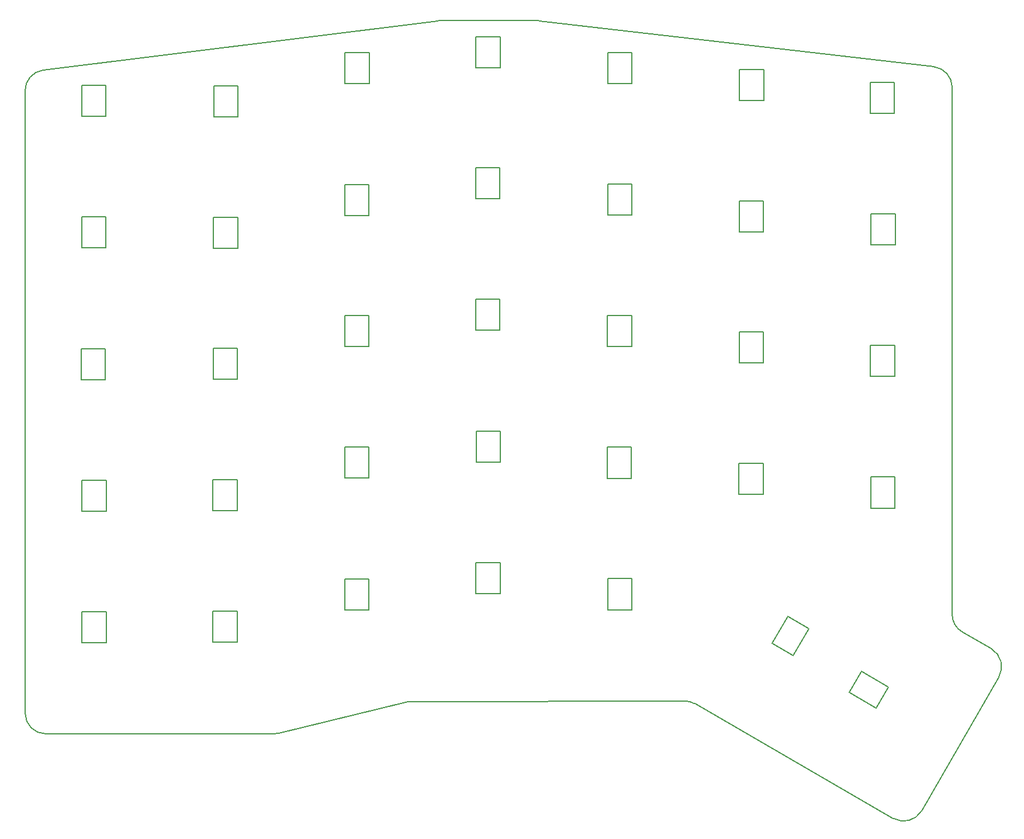
<source format=gm1>
G04 #@! TF.GenerationSoftware,KiCad,Pcbnew,(5.1.10)-1*
G04 #@! TF.CreationDate,2022-02-03T22:34:05+03:00*
G04 #@! TF.ProjectId,Kapl,4b61706c-2e6b-4696-9361-645f70636258,rev?*
G04 #@! TF.SameCoordinates,Original*
G04 #@! TF.FileFunction,Profile,NP*
%FSLAX46Y46*%
G04 Gerber Fmt 4.6, Leading zero omitted, Abs format (unit mm)*
G04 Created by KiCad (PCBNEW (5.1.10)-1) date 2022-02-03 22:34:05*
%MOMM*%
%LPD*%
G01*
G04 APERTURE LIST*
G04 #@! TA.AperFunction,Profile*
%ADD10C,0.150000*%
G04 #@! TD*
G04 #@! TA.AperFunction,Profile*
%ADD11C,0.200000*%
G04 #@! TD*
G04 APERTURE END LIST*
D10*
X133798300Y-78657240D02*
X133798300Y-74157240D01*
D11*
X160520908Y-132383645D02*
G75*
G02*
X162027854Y-132785654I6784J-2999992D01*
G01*
D10*
X190973300Y-47223240D02*
X190973300Y-42723240D01*
X152907300Y-42908240D02*
X152907300Y-38408240D01*
X114842476Y-62026895D02*
X114842476Y-57526895D01*
X133891300Y-97766240D02*
X133891300Y-93266240D01*
X172016300Y-45380240D02*
X172016300Y-40880240D01*
X76775300Y-123928240D02*
X76775300Y-119428240D01*
X133832300Y-116816240D02*
X133832300Y-112316240D01*
X184432854Y-131137463D02*
X188329968Y-133387463D01*
X176299063Y-125796746D02*
X178549063Y-121899632D01*
X133823300Y-55104240D02*
X130323300Y-55104240D01*
X95732300Y-119366240D02*
X92232300Y-119366240D01*
X191075300Y-66276240D02*
X191075300Y-61776240D01*
X114866300Y-42905240D02*
X114866300Y-38405240D01*
X152907300Y-61955240D02*
X152907300Y-57455240D01*
X133798300Y-74157240D02*
X130298300Y-74157240D01*
X76673300Y-85828240D02*
X76673300Y-81328240D01*
X133823300Y-59604240D02*
X133823300Y-55104240D01*
X171957300Y-83415240D02*
X171957300Y-78915240D01*
X152907300Y-57455240D02*
X149407300Y-57455240D01*
X133891300Y-93266240D02*
X130391300Y-93266240D01*
X133848700Y-40608040D02*
X133848700Y-36108040D01*
X114816300Y-119232240D02*
X114816300Y-114732240D01*
X114816300Y-100058240D02*
X114816300Y-95558240D01*
X95850300Y-47734240D02*
X95850300Y-43234240D01*
X191016300Y-104438240D02*
X191016300Y-99938240D01*
X133832300Y-112316240D02*
X130332300Y-112316240D01*
X114841300Y-76505240D02*
X111341300Y-76505240D01*
X95732300Y-100319240D02*
X92232300Y-100319240D01*
X95757300Y-81266240D02*
X92257300Y-81266240D01*
X190990500Y-80809040D02*
X187490500Y-80809040D01*
X152916300Y-114667240D02*
X149416300Y-114667240D01*
X171957300Y-78915240D02*
X168457300Y-78915240D01*
X178549063Y-121899632D02*
X175517975Y-120149632D01*
X171991300Y-64433240D02*
X171991300Y-59933240D01*
X114866300Y-38405240D02*
X111366300Y-38405240D01*
X114816300Y-114732240D02*
X111316300Y-114732240D01*
X172016300Y-40880240D02*
X168516300Y-40880240D01*
X76775300Y-119428240D02*
X73275300Y-119428240D01*
X152882300Y-81008240D02*
X152882300Y-76508240D01*
X114841300Y-81005240D02*
X114841300Y-76505240D01*
X171932300Y-102468240D02*
X171932300Y-97968240D01*
X95757300Y-85766240D02*
X95757300Y-81266240D01*
X152848300Y-100117240D02*
X152848300Y-95617240D01*
X76775300Y-100381240D02*
X73275300Y-100381240D01*
X171991300Y-59933240D02*
X168491300Y-59933240D01*
X171932300Y-97968240D02*
X168432300Y-97968240D01*
X95732300Y-104819240D02*
X95732300Y-100319240D01*
X76673300Y-81328240D02*
X73173300Y-81328240D01*
X152848300Y-95617240D02*
X149348300Y-95617240D01*
X191016300Y-99938240D02*
X187516300Y-99938240D01*
X76707300Y-66719240D02*
X76707300Y-62219240D01*
X76775300Y-104881240D02*
X76775300Y-100381240D01*
X190990500Y-85309040D02*
X190990500Y-80809040D01*
X95732300Y-123866240D02*
X95732300Y-119366240D01*
X190973300Y-42723240D02*
X187473300Y-42723240D01*
X152916300Y-119167240D02*
X152916300Y-114667240D01*
X149407300Y-42908240D02*
X152907300Y-42908240D01*
X168516300Y-40880240D02*
X168516300Y-45380240D01*
X149382300Y-81008240D02*
X152882300Y-81008240D01*
X187516300Y-99938240D02*
X187516300Y-104438240D01*
X111316300Y-100058240D02*
X114816300Y-100058240D01*
X92232300Y-104819240D02*
X95732300Y-104819240D01*
X73173300Y-81328240D02*
X73173300Y-85828240D01*
X168491300Y-64433240D02*
X171991300Y-64433240D01*
X187516300Y-104438240D02*
X191016300Y-104438240D01*
X92232300Y-119366240D02*
X92232300Y-123866240D01*
X130298300Y-78657240D02*
X133798300Y-78657240D01*
X111366300Y-42905240D02*
X114866300Y-42905240D01*
X149407300Y-57455240D02*
X149407300Y-61955240D01*
X187473300Y-47223240D02*
X190973300Y-47223240D01*
X73207300Y-62219240D02*
X73207300Y-66719240D01*
X73207300Y-66719240D02*
X76707300Y-66719240D01*
X149407300Y-61955240D02*
X152907300Y-61955240D01*
X190079968Y-130356375D02*
X186182854Y-128106375D01*
X111342476Y-57526895D02*
X111342476Y-62026895D01*
X149407300Y-38408240D02*
X149407300Y-42908240D01*
X130348700Y-36108040D02*
X130348700Y-40608040D01*
X187490500Y-80809040D02*
X187490500Y-85309040D01*
X149416300Y-114667240D02*
X149416300Y-119167240D01*
X168457300Y-78915240D02*
X168457300Y-83415240D01*
X175517975Y-120149632D02*
X173267975Y-124046746D01*
X111316300Y-114732240D02*
X111316300Y-119232240D01*
X130332300Y-112316240D02*
X130332300Y-116816240D01*
X186182854Y-128106375D02*
X184432854Y-131137463D01*
X111342476Y-62026895D02*
X114842476Y-62026895D01*
X130348700Y-40608040D02*
X133848700Y-40608040D01*
X111316300Y-95558240D02*
X111316300Y-100058240D01*
X111341300Y-76505240D02*
X111341300Y-81005240D01*
X130323300Y-55104240D02*
X130323300Y-59604240D01*
X92257300Y-81266240D02*
X92257300Y-85766240D01*
X187473300Y-42723240D02*
X187473300Y-47223240D01*
X168432300Y-97968240D02*
X168432300Y-102468240D01*
X149348300Y-95617240D02*
X149348300Y-100117240D01*
X130391300Y-93266240D02*
X130391300Y-97766240D01*
X73275300Y-100381240D02*
X73275300Y-104881240D01*
X92350300Y-47734240D02*
X95850300Y-47734240D01*
X149382300Y-76508240D02*
X149382300Y-81008240D01*
X92350300Y-43234240D02*
X92350300Y-47734240D01*
X187575300Y-66276240D02*
X191075300Y-66276240D01*
X187575300Y-61776240D02*
X187575300Y-66276240D01*
X168491300Y-59933240D02*
X168491300Y-64433240D01*
X130298300Y-74157240D02*
X130298300Y-78657240D01*
X92232300Y-100319240D02*
X92232300Y-104819240D01*
X111366300Y-38405240D02*
X111366300Y-42905240D01*
X73275300Y-119428240D02*
X73275300Y-123928240D01*
X188329968Y-133387463D02*
X190079968Y-130356375D01*
X168432300Y-102468240D02*
X171932300Y-102468240D01*
X114842476Y-57526895D02*
X111342476Y-57526895D01*
X168516300Y-45380240D02*
X172016300Y-45380240D01*
X133848700Y-36108040D02*
X130348700Y-36108040D01*
X111341300Y-81005240D02*
X114841300Y-81005240D01*
X130323300Y-59604240D02*
X133823300Y-59604240D01*
X73275300Y-123928240D02*
X76775300Y-123928240D01*
X73275300Y-104881240D02*
X76775300Y-104881240D01*
X76707300Y-62219240D02*
X73207300Y-62219240D01*
X149416300Y-119167240D02*
X152916300Y-119167240D01*
X152907300Y-38408240D02*
X149407300Y-38408240D01*
X173267975Y-124046746D02*
X176299063Y-125796746D01*
X191075300Y-61776240D02*
X187575300Y-61776240D01*
X130391300Y-97766240D02*
X133891300Y-97766240D01*
X149348300Y-100117240D02*
X152848300Y-100117240D01*
X168457300Y-83415240D02*
X171957300Y-83415240D01*
X92232300Y-123866240D02*
X95732300Y-123866240D01*
X95850300Y-43234240D02*
X92350300Y-43234240D01*
X111316300Y-119232240D02*
X114816300Y-119232240D01*
X92257300Y-85766240D02*
X95757300Y-85766240D01*
X130332300Y-116816240D02*
X133832300Y-116816240D01*
X114816300Y-95558240D02*
X111316300Y-95558240D01*
X73173300Y-85828240D02*
X76673300Y-85828240D01*
X187490500Y-85309040D02*
X190990500Y-85309040D01*
X152882300Y-76508240D02*
X149382300Y-76508240D01*
X92316300Y-62284240D02*
X92316300Y-66784240D01*
X92316300Y-66784240D02*
X95816300Y-66784240D01*
X95816300Y-62284240D02*
X92316300Y-62284240D01*
X95816300Y-66784240D02*
X95816300Y-62284240D01*
X76715500Y-47677440D02*
X76715500Y-43177440D01*
X76715500Y-43177440D02*
X73215500Y-43177440D01*
X73215500Y-47677440D02*
X76715500Y-47677440D01*
X73215500Y-43177440D02*
X73215500Y-47677440D01*
D11*
X124801985Y-33822162D02*
G75*
G02*
X125174050Y-33799000I372065J-2976838D01*
G01*
X196670966Y-40486207D02*
X139520966Y-33819207D01*
X204983846Y-124815331D02*
G75*
G02*
X206081746Y-128913449I-1500114J-2598011D01*
G01*
X194889667Y-148296856D02*
G75*
G02*
X190791491Y-149394733I-2598015J1500106D01*
G01*
X196670966Y-40486208D02*
G75*
G02*
X199323350Y-43466414I-347616J-2979792D01*
G01*
X194889667Y-148296857D02*
X206081746Y-128913449D01*
X101787273Y-137056314D02*
G75*
G02*
X101073350Y-137142500I-713923J2913814D01*
G01*
X120140439Y-132559547D02*
G75*
G02*
X120847577Y-132473369I713923J-2913815D01*
G01*
X204983845Y-124815331D02*
X200812697Y-122406875D01*
X65023999Y-43942001D02*
G75*
G02*
X67651934Y-40965161I3000001J1D01*
G01*
X139173350Y-33798999D02*
G75*
G02*
X139520966Y-33819207I0J-3000001D01*
G01*
X162027854Y-132785654D02*
X190791491Y-149394733D01*
X65024000Y-43942000D02*
X65024000Y-134142500D01*
X120847577Y-132473369D02*
X160520907Y-132383645D01*
X101787273Y-137056314D02*
X120140439Y-132559547D01*
X68024000Y-137142500D02*
X101073350Y-137142500D01*
X124801984Y-33822161D02*
X67651934Y-40965161D01*
X199312811Y-119808450D02*
X199323350Y-43466414D01*
X139173350Y-33799000D02*
X125174050Y-33799000D01*
X200812698Y-122406875D02*
G75*
G02*
X199312811Y-119808450I1500113J2598011D01*
G01*
X68024000Y-137142500D02*
G75*
G02*
X65024000Y-134142500I0J3000000D01*
G01*
M02*

</source>
